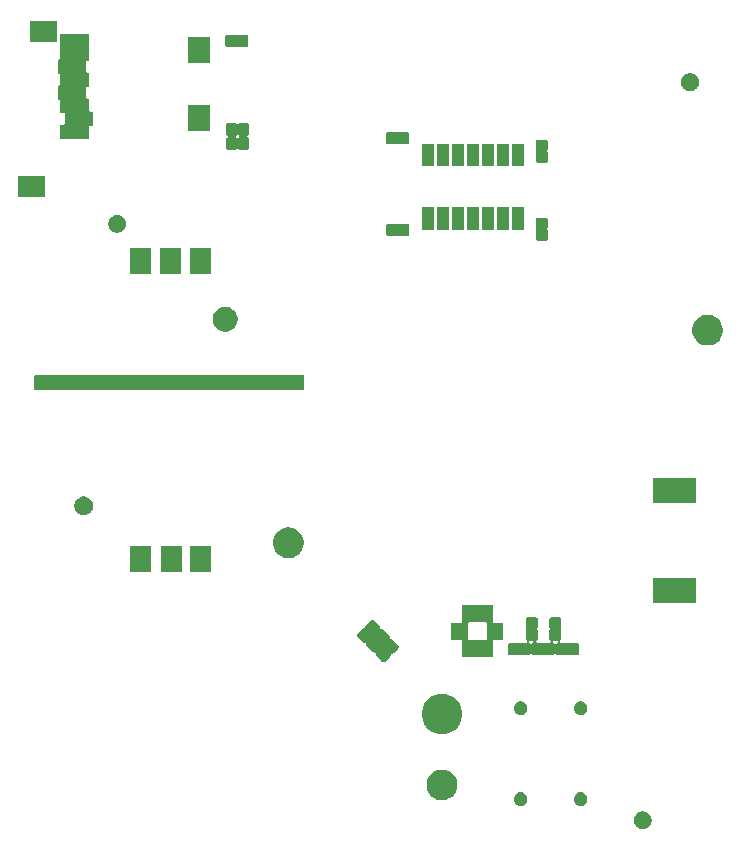
<source format=gbr>
G04 #@! TF.GenerationSoftware,KiCad,Pcbnew,5.1.6+dfsg1-1~bpo10+1*
G04 #@! TF.CreationDate,2021-06-19T16:41:40-04:00*
G04 #@! TF.ProjectId,RUSP_Daughterboard,52555350-5f44-4617-9567-68746572626f,rev?*
G04 #@! TF.SameCoordinates,Original*
G04 #@! TF.FileFunction,Soldermask,Top*
G04 #@! TF.FilePolarity,Negative*
%FSLAX46Y46*%
G04 Gerber Fmt 4.6, Leading zero omitted, Abs format (unit mm)*
G04 Created by KiCad (PCBNEW 5.1.6+dfsg1-1~bpo10+1) date 2021-06-19 16:41:40*
%MOMM*%
%LPD*%
G01*
G04 APERTURE LIST*
%ADD10C,0.100000*%
G04 APERTURE END LIST*
D10*
G36*
X171218766Y-136278821D02*
G01*
X171355257Y-136335358D01*
X171478097Y-136417437D01*
X171582563Y-136521903D01*
X171664642Y-136644743D01*
X171721179Y-136781234D01*
X171750000Y-136926130D01*
X171750000Y-137073870D01*
X171721179Y-137218766D01*
X171664642Y-137355257D01*
X171582563Y-137478097D01*
X171478097Y-137582563D01*
X171355257Y-137664642D01*
X171218766Y-137721179D01*
X171073870Y-137750000D01*
X170926130Y-137750000D01*
X170781234Y-137721179D01*
X170644743Y-137664642D01*
X170521903Y-137582563D01*
X170417437Y-137478097D01*
X170335358Y-137355257D01*
X170278821Y-137218766D01*
X170250000Y-137073870D01*
X170250000Y-136926130D01*
X170278821Y-136781234D01*
X170335358Y-136644743D01*
X170417437Y-136521903D01*
X170521903Y-136417437D01*
X170644743Y-136335358D01*
X170781234Y-136278821D01*
X170926130Y-136250000D01*
X171073870Y-136250000D01*
X171218766Y-136278821D01*
G37*
G36*
X165853153Y-134631145D02*
G01*
X165909180Y-134642289D01*
X166014733Y-134686011D01*
X166109728Y-134749485D01*
X166190515Y-134830272D01*
X166253989Y-134925267D01*
X166297711Y-135030820D01*
X166320000Y-135142875D01*
X166320000Y-135257125D01*
X166297711Y-135369180D01*
X166253989Y-135474733D01*
X166190515Y-135569728D01*
X166109728Y-135650515D01*
X166014733Y-135713989D01*
X165909180Y-135757711D01*
X165853153Y-135768855D01*
X165797126Y-135780000D01*
X165682874Y-135780000D01*
X165626847Y-135768855D01*
X165570820Y-135757711D01*
X165465267Y-135713989D01*
X165370272Y-135650515D01*
X165289485Y-135569728D01*
X165226011Y-135474733D01*
X165182289Y-135369180D01*
X165160000Y-135257125D01*
X165160000Y-135142875D01*
X165182289Y-135030820D01*
X165226011Y-134925267D01*
X165289485Y-134830272D01*
X165370272Y-134749485D01*
X165465267Y-134686011D01*
X165570820Y-134642289D01*
X165626847Y-134631145D01*
X165682874Y-134620000D01*
X165797126Y-134620000D01*
X165853153Y-134631145D01*
G37*
G36*
X160773153Y-134631145D02*
G01*
X160829180Y-134642289D01*
X160934733Y-134686011D01*
X161029728Y-134749485D01*
X161110515Y-134830272D01*
X161173989Y-134925267D01*
X161217711Y-135030820D01*
X161240000Y-135142875D01*
X161240000Y-135257125D01*
X161217711Y-135369180D01*
X161173989Y-135474733D01*
X161110515Y-135569728D01*
X161029728Y-135650515D01*
X160934733Y-135713989D01*
X160829180Y-135757711D01*
X160773153Y-135768855D01*
X160717126Y-135780000D01*
X160602874Y-135780000D01*
X160546847Y-135768855D01*
X160490820Y-135757711D01*
X160385267Y-135713989D01*
X160290272Y-135650515D01*
X160209485Y-135569728D01*
X160146011Y-135474733D01*
X160102289Y-135369180D01*
X160080000Y-135257125D01*
X160080000Y-135142875D01*
X160102289Y-135030820D01*
X160146011Y-134925267D01*
X160209485Y-134830272D01*
X160290272Y-134749485D01*
X160385267Y-134686011D01*
X160490820Y-134642289D01*
X160546847Y-134631145D01*
X160602874Y-134620000D01*
X160717126Y-134620000D01*
X160773153Y-134631145D01*
G37*
G36*
X154253617Y-132724979D02*
G01*
X154379196Y-132749958D01*
X154615781Y-132847955D01*
X154828702Y-132990224D01*
X155009776Y-133171298D01*
X155152045Y-133384219D01*
X155250042Y-133620804D01*
X155300000Y-133871961D01*
X155300000Y-134128039D01*
X155250042Y-134379196D01*
X155152045Y-134615781D01*
X155009776Y-134828702D01*
X154828702Y-135009776D01*
X154615781Y-135152045D01*
X154379196Y-135250042D01*
X154253617Y-135275021D01*
X154128040Y-135300000D01*
X153871960Y-135300000D01*
X153746383Y-135275021D01*
X153620804Y-135250042D01*
X153384219Y-135152045D01*
X153171298Y-135009776D01*
X152990224Y-134828702D01*
X152847955Y-134615781D01*
X152749958Y-134379196D01*
X152700000Y-134128039D01*
X152700000Y-133871961D01*
X152749958Y-133620804D01*
X152847955Y-133384219D01*
X152990224Y-133171298D01*
X153171298Y-132990224D01*
X153384219Y-132847955D01*
X153620804Y-132749958D01*
X153746383Y-132724979D01*
X153871960Y-132700000D01*
X154128040Y-132700000D01*
X154253617Y-132724979D01*
G37*
G36*
X154331653Y-126332665D02*
G01*
X154495872Y-126365330D01*
X154805252Y-126493479D01*
X155083687Y-126679523D01*
X155320477Y-126916313D01*
X155506521Y-127194748D01*
X155634670Y-127504128D01*
X155700000Y-127832565D01*
X155700000Y-128167435D01*
X155634670Y-128495872D01*
X155506521Y-128805252D01*
X155320477Y-129083687D01*
X155083687Y-129320477D01*
X154805252Y-129506521D01*
X154495872Y-129634670D01*
X154331653Y-129667335D01*
X154167437Y-129700000D01*
X153832563Y-129700000D01*
X153668347Y-129667335D01*
X153504128Y-129634670D01*
X153194748Y-129506521D01*
X152916313Y-129320477D01*
X152679523Y-129083687D01*
X152493479Y-128805252D01*
X152365330Y-128495872D01*
X152300000Y-128167435D01*
X152300000Y-127832565D01*
X152365330Y-127504128D01*
X152493479Y-127194748D01*
X152679523Y-126916313D01*
X152916313Y-126679523D01*
X153194748Y-126493479D01*
X153504128Y-126365330D01*
X153668347Y-126332665D01*
X153832563Y-126300000D01*
X154167437Y-126300000D01*
X154331653Y-126332665D01*
G37*
G36*
X165853153Y-126931145D02*
G01*
X165909180Y-126942289D01*
X166014733Y-126986011D01*
X166109728Y-127049485D01*
X166190515Y-127130272D01*
X166253989Y-127225267D01*
X166297711Y-127330820D01*
X166320000Y-127442875D01*
X166320000Y-127557125D01*
X166297711Y-127669180D01*
X166253989Y-127774733D01*
X166190515Y-127869728D01*
X166109728Y-127950515D01*
X166014733Y-128013989D01*
X165909180Y-128057711D01*
X165853152Y-128068856D01*
X165797126Y-128080000D01*
X165682874Y-128080000D01*
X165626848Y-128068856D01*
X165570820Y-128057711D01*
X165465267Y-128013989D01*
X165370272Y-127950515D01*
X165289485Y-127869728D01*
X165226011Y-127774733D01*
X165182289Y-127669180D01*
X165160000Y-127557125D01*
X165160000Y-127442875D01*
X165182289Y-127330820D01*
X165226011Y-127225267D01*
X165289485Y-127130272D01*
X165370272Y-127049485D01*
X165465267Y-126986011D01*
X165570820Y-126942289D01*
X165626847Y-126931145D01*
X165682874Y-126920000D01*
X165797126Y-126920000D01*
X165853153Y-126931145D01*
G37*
G36*
X160773153Y-126931145D02*
G01*
X160829180Y-126942289D01*
X160934733Y-126986011D01*
X161029728Y-127049485D01*
X161110515Y-127130272D01*
X161173989Y-127225267D01*
X161217711Y-127330820D01*
X161240000Y-127442875D01*
X161240000Y-127557125D01*
X161217711Y-127669180D01*
X161173989Y-127774733D01*
X161110515Y-127869728D01*
X161029728Y-127950515D01*
X160934733Y-128013989D01*
X160829180Y-128057711D01*
X160773152Y-128068856D01*
X160717126Y-128080000D01*
X160602874Y-128080000D01*
X160546848Y-128068856D01*
X160490820Y-128057711D01*
X160385267Y-128013989D01*
X160290272Y-127950515D01*
X160209485Y-127869728D01*
X160146011Y-127774733D01*
X160102289Y-127669180D01*
X160080000Y-127557125D01*
X160080000Y-127442875D01*
X160102289Y-127330820D01*
X160146011Y-127225267D01*
X160209485Y-127130272D01*
X160290272Y-127049485D01*
X160385267Y-126986011D01*
X160490820Y-126942289D01*
X160546847Y-126931145D01*
X160602874Y-126920000D01*
X160717126Y-126920000D01*
X160773153Y-126931145D01*
G37*
G36*
X148141243Y-120020117D02*
G01*
X148175836Y-120030611D01*
X148207709Y-120047647D01*
X148240425Y-120074497D01*
X148280267Y-120114339D01*
X148280278Y-120114348D01*
X148665652Y-120499722D01*
X148665661Y-120499733D01*
X148705503Y-120539575D01*
X148732353Y-120572291D01*
X148749389Y-120604164D01*
X148759883Y-120638757D01*
X148763426Y-120674731D01*
X148761766Y-120691584D01*
X148761766Y-120716088D01*
X148766546Y-120740121D01*
X148775923Y-120762760D01*
X148789537Y-120783135D01*
X148806863Y-120800462D01*
X148827238Y-120814076D01*
X148849876Y-120823453D01*
X148873910Y-120828234D01*
X148898416Y-120828234D01*
X148915269Y-120826574D01*
X148951243Y-120830117D01*
X148985836Y-120840611D01*
X149017709Y-120857647D01*
X149050425Y-120884497D01*
X149090267Y-120924339D01*
X149090278Y-120924348D01*
X149475652Y-121309722D01*
X149475661Y-121309733D01*
X149515503Y-121349575D01*
X149542353Y-121382291D01*
X149559389Y-121414164D01*
X149569883Y-121448757D01*
X149573426Y-121484730D01*
X149570967Y-121509692D01*
X149570967Y-121534196D01*
X149575747Y-121558229D01*
X149585124Y-121580868D01*
X149598737Y-121601243D01*
X149616064Y-121618570D01*
X149636438Y-121632184D01*
X149659077Y-121641562D01*
X149683110Y-121646343D01*
X149702925Y-121646343D01*
X149741243Y-121650117D01*
X149775836Y-121660611D01*
X149807709Y-121677647D01*
X149840425Y-121704497D01*
X149880267Y-121744339D01*
X149880278Y-121744348D01*
X150265652Y-122129722D01*
X150265661Y-122129733D01*
X150305503Y-122169575D01*
X150332353Y-122202291D01*
X150349389Y-122234164D01*
X150359883Y-122268757D01*
X150363426Y-122304731D01*
X150359883Y-122340705D01*
X150349389Y-122375298D01*
X150332353Y-122407171D01*
X150305503Y-122439887D01*
X150265661Y-122479729D01*
X150265652Y-122479740D01*
X149915634Y-122829758D01*
X149915623Y-122829767D01*
X149875781Y-122869609D01*
X149843065Y-122896459D01*
X149811192Y-122913495D01*
X149768250Y-122926521D01*
X149761239Y-122927916D01*
X149738601Y-122937295D01*
X149718227Y-122950910D01*
X149700901Y-122968238D01*
X149687289Y-122988613D01*
X149677913Y-123011252D01*
X149676520Y-123018253D01*
X149663495Y-123061192D01*
X149646459Y-123093065D01*
X149619609Y-123125781D01*
X149579767Y-123165623D01*
X149579758Y-123165634D01*
X149229740Y-123515652D01*
X149229729Y-123515661D01*
X149189887Y-123555503D01*
X149157171Y-123582353D01*
X149125298Y-123599389D01*
X149090705Y-123609883D01*
X149054731Y-123613426D01*
X149018757Y-123609883D01*
X148984164Y-123599389D01*
X148952291Y-123582353D01*
X148919575Y-123555503D01*
X148879733Y-123515661D01*
X148879722Y-123515652D01*
X148494348Y-123130278D01*
X148494339Y-123130267D01*
X148454497Y-123090425D01*
X148427647Y-123057709D01*
X148410611Y-123025836D01*
X148400117Y-122991243D01*
X148396574Y-122955269D01*
X148399033Y-122930308D01*
X148399033Y-122905804D01*
X148394253Y-122881771D01*
X148384876Y-122859132D01*
X148371263Y-122838757D01*
X148353936Y-122821430D01*
X148333562Y-122807816D01*
X148310923Y-122798438D01*
X148286890Y-122793657D01*
X148267075Y-122793657D01*
X148228757Y-122789883D01*
X148194164Y-122779389D01*
X148162291Y-122762353D01*
X148129575Y-122735503D01*
X148089733Y-122695661D01*
X148089722Y-122695652D01*
X147704348Y-122310278D01*
X147704339Y-122310267D01*
X147664497Y-122270425D01*
X147637647Y-122237709D01*
X147620611Y-122205836D01*
X147610117Y-122171243D01*
X147606574Y-122135269D01*
X147608234Y-122118416D01*
X147608234Y-122093912D01*
X147603454Y-122069879D01*
X147594077Y-122047240D01*
X147580463Y-122026865D01*
X147563137Y-122009538D01*
X147542762Y-121995924D01*
X147520124Y-121986547D01*
X147496090Y-121981766D01*
X147471584Y-121981766D01*
X147454731Y-121983426D01*
X147418757Y-121979883D01*
X147384164Y-121969389D01*
X147352291Y-121952353D01*
X147319575Y-121925503D01*
X147279733Y-121885661D01*
X147279722Y-121885652D01*
X146894348Y-121500278D01*
X146894339Y-121500267D01*
X146854497Y-121460425D01*
X146827647Y-121427709D01*
X146810611Y-121395836D01*
X146800117Y-121361243D01*
X146796574Y-121325269D01*
X146800117Y-121289295D01*
X146810611Y-121254702D01*
X146827647Y-121222829D01*
X146854497Y-121190113D01*
X146894339Y-121150271D01*
X146894348Y-121150260D01*
X147244366Y-120800242D01*
X147244377Y-120800233D01*
X147284219Y-120760391D01*
X147316935Y-120733541D01*
X147348808Y-120716505D01*
X147391750Y-120703479D01*
X147398761Y-120702084D01*
X147421399Y-120692705D01*
X147441773Y-120679090D01*
X147459099Y-120661762D01*
X147472711Y-120641387D01*
X147482087Y-120618748D01*
X147483480Y-120611747D01*
X147496505Y-120568808D01*
X147513541Y-120536935D01*
X147540391Y-120504219D01*
X147580233Y-120464377D01*
X147580242Y-120464366D01*
X147930260Y-120114348D01*
X147930271Y-120114339D01*
X147970113Y-120074497D01*
X148002829Y-120047647D01*
X148034702Y-120030611D01*
X148069295Y-120020117D01*
X148105269Y-120016574D01*
X148141243Y-120020117D01*
G37*
G36*
X158300000Y-120175001D02*
G01*
X158302402Y-120199387D01*
X158309515Y-120222836D01*
X158321066Y-120244447D01*
X158336611Y-120263389D01*
X158355553Y-120278934D01*
X158377164Y-120290485D01*
X158400613Y-120297598D01*
X158424999Y-120300000D01*
X159200000Y-120300000D01*
X159200000Y-121700000D01*
X158424999Y-121700000D01*
X158400613Y-121702402D01*
X158377164Y-121709515D01*
X158355553Y-121721066D01*
X158336611Y-121736611D01*
X158321066Y-121755553D01*
X158309515Y-121777164D01*
X158302402Y-121800613D01*
X158300000Y-121824999D01*
X158300000Y-123200000D01*
X155700000Y-123200000D01*
X155700000Y-121824999D01*
X155697598Y-121800613D01*
X155690485Y-121777164D01*
X155678934Y-121755553D01*
X155663389Y-121736611D01*
X155644447Y-121721066D01*
X155622836Y-121709515D01*
X155599387Y-121702402D01*
X155575001Y-121700000D01*
X154800000Y-121700000D01*
X154800000Y-120374999D01*
X156200000Y-120374999D01*
X156200000Y-121625001D01*
X156202402Y-121649387D01*
X156209515Y-121672836D01*
X156221066Y-121694447D01*
X156236611Y-121713389D01*
X156255553Y-121728934D01*
X156277164Y-121740485D01*
X156300613Y-121747598D01*
X156324999Y-121750000D01*
X157675001Y-121750000D01*
X157699387Y-121747598D01*
X157722836Y-121740485D01*
X157744447Y-121728934D01*
X157763389Y-121713389D01*
X157778934Y-121694447D01*
X157790485Y-121672836D01*
X157797598Y-121649387D01*
X157800000Y-121625001D01*
X157800000Y-120374999D01*
X157797598Y-120350613D01*
X157790485Y-120327164D01*
X157778934Y-120305553D01*
X157763389Y-120286611D01*
X157744447Y-120271066D01*
X157722836Y-120259515D01*
X157699387Y-120252402D01*
X157675001Y-120250000D01*
X156324999Y-120250000D01*
X156300613Y-120252402D01*
X156277164Y-120259515D01*
X156255553Y-120271066D01*
X156236611Y-120286611D01*
X156221066Y-120305553D01*
X156209515Y-120327164D01*
X156202402Y-120350613D01*
X156200000Y-120374999D01*
X154800000Y-120374999D01*
X154800000Y-120300000D01*
X155575001Y-120300000D01*
X155599387Y-120297598D01*
X155622836Y-120290485D01*
X155644447Y-120278934D01*
X155663389Y-120263389D01*
X155678934Y-120244447D01*
X155690485Y-120222836D01*
X155697598Y-120199387D01*
X155700000Y-120175001D01*
X155700000Y-118800000D01*
X158300000Y-118800000D01*
X158300000Y-120175001D01*
G37*
G36*
X161970974Y-119824148D02*
G01*
X162005567Y-119834642D01*
X162037440Y-119851678D01*
X162065386Y-119874614D01*
X162088322Y-119902560D01*
X162105358Y-119934433D01*
X162115852Y-119969026D01*
X162120000Y-120011141D01*
X162120000Y-120618859D01*
X162115852Y-120660974D01*
X162105358Y-120695567D01*
X162084213Y-120735127D01*
X162080244Y-120741066D01*
X162070865Y-120763703D01*
X162066082Y-120787736D01*
X162066080Y-120812240D01*
X162070858Y-120836274D01*
X162080233Y-120858914D01*
X162084206Y-120864861D01*
X162105358Y-120904433D01*
X162115852Y-120939026D01*
X162120000Y-120981141D01*
X162120000Y-121588859D01*
X162115852Y-121630974D01*
X162105358Y-121665567D01*
X162088322Y-121697440D01*
X162065386Y-121725386D01*
X162031605Y-121753110D01*
X162023726Y-121758375D01*
X162006399Y-121775702D01*
X161992785Y-121796077D01*
X161983408Y-121818715D01*
X161978627Y-121842749D01*
X161978627Y-121867253D01*
X161983407Y-121891286D01*
X161992785Y-121913925D01*
X162006398Y-121934299D01*
X162023725Y-121951626D01*
X162044100Y-121965240D01*
X162066738Y-121974617D01*
X162090772Y-121979398D01*
X162103024Y-121980000D01*
X162368859Y-121980000D01*
X162410974Y-121984148D01*
X162445567Y-121994642D01*
X162485127Y-122015787D01*
X162491066Y-122019756D01*
X162513703Y-122029135D01*
X162537736Y-122033918D01*
X162562240Y-122033920D01*
X162586274Y-122029142D01*
X162608914Y-122019767D01*
X162614861Y-122015794D01*
X162654433Y-121994642D01*
X162689026Y-121984148D01*
X162731141Y-121980000D01*
X163096976Y-121980000D01*
X163121362Y-121977598D01*
X163144811Y-121970485D01*
X163166422Y-121958934D01*
X163185364Y-121943389D01*
X163200909Y-121924447D01*
X163211303Y-121904999D01*
X163388025Y-121904999D01*
X163390427Y-121929385D01*
X163397540Y-121952834D01*
X163409091Y-121974445D01*
X163424636Y-121993387D01*
X163443578Y-122008932D01*
X163445491Y-122010078D01*
X163475386Y-122034614D01*
X163503375Y-122068717D01*
X163520703Y-122086043D01*
X163541077Y-122099657D01*
X163563716Y-122109034D01*
X163587749Y-122113814D01*
X163612253Y-122113814D01*
X163636287Y-122109033D01*
X163658925Y-122099656D01*
X163679300Y-122086042D01*
X163696625Y-122068717D01*
X163724614Y-122034614D01*
X163758395Y-122006890D01*
X163766274Y-122001625D01*
X163783601Y-121984298D01*
X163797215Y-121963923D01*
X163806592Y-121941285D01*
X163811373Y-121917251D01*
X163811373Y-121892747D01*
X163806593Y-121868714D01*
X163797215Y-121846075D01*
X163783602Y-121825701D01*
X163766275Y-121808374D01*
X163745900Y-121794760D01*
X163723262Y-121785383D01*
X163699228Y-121780602D01*
X163686976Y-121780000D01*
X163513024Y-121780000D01*
X163488638Y-121782402D01*
X163465189Y-121789515D01*
X163443578Y-121801066D01*
X163424636Y-121816611D01*
X163409091Y-121835553D01*
X163397540Y-121857164D01*
X163390427Y-121880613D01*
X163388025Y-121904999D01*
X163211303Y-121904999D01*
X163212460Y-121902836D01*
X163219573Y-121879387D01*
X163221975Y-121855001D01*
X163219573Y-121830615D01*
X163212460Y-121807166D01*
X163200909Y-121785555D01*
X163185364Y-121766613D01*
X163166422Y-121751068D01*
X163164509Y-121749922D01*
X163134614Y-121725386D01*
X163111678Y-121697440D01*
X163094642Y-121665567D01*
X163084148Y-121630974D01*
X163080000Y-121588859D01*
X163080000Y-120981141D01*
X163084148Y-120939026D01*
X163094642Y-120904433D01*
X163115787Y-120864873D01*
X163119756Y-120858934D01*
X163129135Y-120836297D01*
X163133918Y-120812264D01*
X163133920Y-120787760D01*
X163129142Y-120763726D01*
X163119767Y-120741086D01*
X163115794Y-120735139D01*
X163094642Y-120695567D01*
X163084148Y-120660974D01*
X163080000Y-120618859D01*
X163080000Y-120011141D01*
X163084148Y-119969026D01*
X163094642Y-119934433D01*
X163111678Y-119902560D01*
X163134614Y-119874614D01*
X163162560Y-119851678D01*
X163194433Y-119834642D01*
X163229026Y-119824148D01*
X163271141Y-119820000D01*
X163928859Y-119820000D01*
X163970974Y-119824148D01*
X164005567Y-119834642D01*
X164037440Y-119851678D01*
X164065386Y-119874614D01*
X164088322Y-119902560D01*
X164105358Y-119934433D01*
X164115852Y-119969026D01*
X164120000Y-120011141D01*
X164120000Y-120618859D01*
X164115852Y-120660974D01*
X164105358Y-120695567D01*
X164084213Y-120735127D01*
X164080244Y-120741066D01*
X164070865Y-120763703D01*
X164066082Y-120787736D01*
X164066080Y-120812240D01*
X164070858Y-120836274D01*
X164080233Y-120858914D01*
X164084206Y-120864861D01*
X164105358Y-120904433D01*
X164115852Y-120939026D01*
X164120000Y-120981141D01*
X164120000Y-121588859D01*
X164115852Y-121630974D01*
X164105358Y-121665567D01*
X164088322Y-121697440D01*
X164065386Y-121725386D01*
X164031605Y-121753110D01*
X164023726Y-121758375D01*
X164006399Y-121775702D01*
X163992785Y-121796077D01*
X163983408Y-121818715D01*
X163978627Y-121842749D01*
X163978627Y-121867253D01*
X163983407Y-121891286D01*
X163992785Y-121913925D01*
X164006398Y-121934299D01*
X164023725Y-121951626D01*
X164044100Y-121965240D01*
X164066738Y-121974617D01*
X164090772Y-121979398D01*
X164103024Y-121980000D01*
X164468859Y-121980000D01*
X164510974Y-121984148D01*
X164545567Y-121994642D01*
X164585127Y-122015787D01*
X164591066Y-122019756D01*
X164613703Y-122029135D01*
X164637736Y-122033918D01*
X164662240Y-122033920D01*
X164686274Y-122029142D01*
X164708914Y-122019767D01*
X164714861Y-122015794D01*
X164754433Y-121994642D01*
X164789026Y-121984148D01*
X164831141Y-121980000D01*
X165438859Y-121980000D01*
X165480974Y-121984148D01*
X165515567Y-121994642D01*
X165547440Y-122011678D01*
X165575386Y-122034614D01*
X165598322Y-122062560D01*
X165615358Y-122094433D01*
X165625852Y-122129026D01*
X165630000Y-122171141D01*
X165630000Y-122828859D01*
X165625852Y-122870974D01*
X165615358Y-122905567D01*
X165598322Y-122937440D01*
X165575386Y-122965386D01*
X165547440Y-122988322D01*
X165515567Y-123005358D01*
X165480974Y-123015852D01*
X165438859Y-123020000D01*
X164831141Y-123020000D01*
X164789026Y-123015852D01*
X164754433Y-123005358D01*
X164714873Y-122984213D01*
X164708934Y-122980244D01*
X164686297Y-122970865D01*
X164662264Y-122966082D01*
X164637760Y-122966080D01*
X164613726Y-122970858D01*
X164591086Y-122980233D01*
X164585139Y-122984206D01*
X164545567Y-123005358D01*
X164510974Y-123015852D01*
X164468859Y-123020000D01*
X163861141Y-123020000D01*
X163819026Y-123015852D01*
X163784433Y-123005358D01*
X163752560Y-122988322D01*
X163724614Y-122965386D01*
X163696625Y-122931283D01*
X163679297Y-122913957D01*
X163658923Y-122900343D01*
X163636284Y-122890966D01*
X163612251Y-122886186D01*
X163587747Y-122886186D01*
X163563713Y-122890967D01*
X163541075Y-122900344D01*
X163520700Y-122913958D01*
X163503375Y-122931283D01*
X163475386Y-122965386D01*
X163447440Y-122988322D01*
X163415567Y-123005358D01*
X163380974Y-123015852D01*
X163338859Y-123020000D01*
X162731141Y-123020000D01*
X162689026Y-123015852D01*
X162654433Y-123005358D01*
X162614873Y-122984213D01*
X162608934Y-122980244D01*
X162586297Y-122970865D01*
X162562264Y-122966082D01*
X162537760Y-122966080D01*
X162513726Y-122970858D01*
X162491086Y-122980233D01*
X162485139Y-122984206D01*
X162445567Y-123005358D01*
X162410974Y-123015852D01*
X162368859Y-123020000D01*
X161761141Y-123020000D01*
X161719026Y-123015852D01*
X161684433Y-123005358D01*
X161652556Y-122988320D01*
X161629299Y-122969233D01*
X161608924Y-122955619D01*
X161586285Y-122946241D01*
X161562252Y-122941461D01*
X161537748Y-122941461D01*
X161513715Y-122946241D01*
X161491076Y-122955619D01*
X161470701Y-122969233D01*
X161447444Y-122988320D01*
X161415567Y-123005358D01*
X161380974Y-123015852D01*
X161338859Y-123020000D01*
X160731141Y-123020000D01*
X160689026Y-123015852D01*
X160654433Y-123005358D01*
X160614873Y-122984213D01*
X160608934Y-122980244D01*
X160586297Y-122970865D01*
X160562264Y-122966082D01*
X160537760Y-122966080D01*
X160513726Y-122970858D01*
X160491086Y-122980233D01*
X160485139Y-122984206D01*
X160445567Y-123005358D01*
X160410974Y-123015852D01*
X160368859Y-123020000D01*
X159761141Y-123020000D01*
X159719026Y-123015852D01*
X159684433Y-123005358D01*
X159652560Y-122988322D01*
X159624614Y-122965386D01*
X159601678Y-122937440D01*
X159584642Y-122905567D01*
X159574148Y-122870974D01*
X159570000Y-122828859D01*
X159570000Y-122171141D01*
X159574148Y-122129026D01*
X159584642Y-122094433D01*
X159601678Y-122062560D01*
X159624614Y-122034614D01*
X159652560Y-122011678D01*
X159684433Y-121994642D01*
X159719026Y-121984148D01*
X159761141Y-121980000D01*
X160368859Y-121980000D01*
X160410974Y-121984148D01*
X160445567Y-121994642D01*
X160485127Y-122015787D01*
X160491066Y-122019756D01*
X160513703Y-122029135D01*
X160537736Y-122033918D01*
X160562240Y-122033920D01*
X160586274Y-122029142D01*
X160608914Y-122019767D01*
X160614861Y-122015794D01*
X160654433Y-121994642D01*
X160689026Y-121984148D01*
X160731141Y-121980000D01*
X161096976Y-121980000D01*
X161121362Y-121977598D01*
X161144811Y-121970485D01*
X161166422Y-121958934D01*
X161185364Y-121943389D01*
X161200909Y-121924447D01*
X161211303Y-121904999D01*
X161388025Y-121904999D01*
X161390427Y-121929385D01*
X161397540Y-121952834D01*
X161409091Y-121974445D01*
X161424636Y-121993387D01*
X161443578Y-122008932D01*
X161445495Y-122010081D01*
X161470701Y-122030767D01*
X161491076Y-122044381D01*
X161513715Y-122053759D01*
X161537748Y-122058539D01*
X161562252Y-122058539D01*
X161586285Y-122053759D01*
X161608924Y-122044381D01*
X161629299Y-122030767D01*
X161658389Y-122006893D01*
X161666274Y-122001625D01*
X161683601Y-121984298D01*
X161697215Y-121963923D01*
X161706592Y-121941285D01*
X161711373Y-121917251D01*
X161711373Y-121892747D01*
X161706593Y-121868714D01*
X161697215Y-121846075D01*
X161683602Y-121825701D01*
X161666275Y-121808374D01*
X161645900Y-121794760D01*
X161623262Y-121785383D01*
X161599228Y-121780602D01*
X161586976Y-121780000D01*
X161513024Y-121780000D01*
X161488638Y-121782402D01*
X161465189Y-121789515D01*
X161443578Y-121801066D01*
X161424636Y-121816611D01*
X161409091Y-121835553D01*
X161397540Y-121857164D01*
X161390427Y-121880613D01*
X161388025Y-121904999D01*
X161211303Y-121904999D01*
X161212460Y-121902836D01*
X161219573Y-121879387D01*
X161221975Y-121855001D01*
X161219573Y-121830615D01*
X161212460Y-121807166D01*
X161200909Y-121785555D01*
X161185364Y-121766613D01*
X161166422Y-121751068D01*
X161164509Y-121749922D01*
X161134614Y-121725386D01*
X161111678Y-121697440D01*
X161094642Y-121665567D01*
X161084148Y-121630974D01*
X161080000Y-121588859D01*
X161080000Y-120981141D01*
X161084148Y-120939026D01*
X161094642Y-120904433D01*
X161115787Y-120864873D01*
X161119756Y-120858934D01*
X161129135Y-120836297D01*
X161133918Y-120812264D01*
X161133920Y-120787760D01*
X161129142Y-120763726D01*
X161119767Y-120741086D01*
X161115794Y-120735139D01*
X161094642Y-120695567D01*
X161084148Y-120660974D01*
X161080000Y-120618859D01*
X161080000Y-120011141D01*
X161084148Y-119969026D01*
X161094642Y-119934433D01*
X161111678Y-119902560D01*
X161134614Y-119874614D01*
X161162560Y-119851678D01*
X161194433Y-119834642D01*
X161229026Y-119824148D01*
X161271141Y-119820000D01*
X161928859Y-119820000D01*
X161970974Y-119824148D01*
G37*
G36*
X175500000Y-118600000D02*
G01*
X171900000Y-118600000D01*
X171900000Y-116500000D01*
X175500000Y-116500000D01*
X175500000Y-118600000D01*
G37*
G36*
X134460000Y-115986500D02*
G01*
X132660000Y-115986500D01*
X132660000Y-113786500D01*
X134460000Y-113786500D01*
X134460000Y-115986500D01*
G37*
G36*
X131983500Y-115986500D02*
G01*
X130183500Y-115986500D01*
X130183500Y-113786500D01*
X131983500Y-113786500D01*
X131983500Y-115986500D01*
G37*
G36*
X129380000Y-115986500D02*
G01*
X127580000Y-115986500D01*
X127580000Y-113786500D01*
X129380000Y-113786500D01*
X129380000Y-115986500D01*
G37*
G36*
X141253617Y-112224979D02*
G01*
X141379196Y-112249958D01*
X141615781Y-112347955D01*
X141828702Y-112490224D01*
X142009776Y-112671298D01*
X142152045Y-112884219D01*
X142250042Y-113120804D01*
X142300000Y-113371961D01*
X142300000Y-113628039D01*
X142250042Y-113879196D01*
X142152045Y-114115781D01*
X142009776Y-114328702D01*
X141828702Y-114509776D01*
X141615781Y-114652045D01*
X141379196Y-114750042D01*
X141128040Y-114800000D01*
X140871960Y-114800000D01*
X140620804Y-114750042D01*
X140384219Y-114652045D01*
X140171298Y-114509776D01*
X139990224Y-114328702D01*
X139847955Y-114115781D01*
X139749958Y-113879196D01*
X139700000Y-113628039D01*
X139700000Y-113371961D01*
X139749958Y-113120804D01*
X139847955Y-112884219D01*
X139990224Y-112671298D01*
X140171298Y-112490224D01*
X140384219Y-112347955D01*
X140620804Y-112249958D01*
X140746383Y-112224979D01*
X140871960Y-112200000D01*
X141128040Y-112200000D01*
X141253617Y-112224979D01*
G37*
G36*
X123903351Y-109610743D02*
G01*
X124048941Y-109671048D01*
X124179970Y-109758599D01*
X124291401Y-109870030D01*
X124378952Y-110001059D01*
X124439257Y-110146649D01*
X124470000Y-110301206D01*
X124470000Y-110458794D01*
X124439257Y-110613351D01*
X124378952Y-110758941D01*
X124291401Y-110889970D01*
X124179970Y-111001401D01*
X124048941Y-111088952D01*
X123903351Y-111149257D01*
X123748794Y-111180000D01*
X123591206Y-111180000D01*
X123436649Y-111149257D01*
X123291059Y-111088952D01*
X123160030Y-111001401D01*
X123048599Y-110889970D01*
X122961048Y-110758941D01*
X122900743Y-110613351D01*
X122870000Y-110458794D01*
X122870000Y-110301206D01*
X122900743Y-110146649D01*
X122961048Y-110001059D01*
X123048599Y-109870030D01*
X123160030Y-109758599D01*
X123291059Y-109671048D01*
X123436649Y-109610743D01*
X123591206Y-109580000D01*
X123748794Y-109580000D01*
X123903351Y-109610743D01*
G37*
G36*
X175500000Y-110100000D02*
G01*
X171900000Y-110100000D01*
X171900000Y-108000000D01*
X175500000Y-108000000D01*
X175500000Y-110100000D01*
G37*
G36*
X142300000Y-100600000D02*
G01*
X119500000Y-100600000D01*
X119500000Y-99400000D01*
X119600000Y-99300000D01*
X142300000Y-99300000D01*
X142300000Y-100600000D01*
G37*
G36*
X176879196Y-94249958D02*
G01*
X177115781Y-94347955D01*
X177328702Y-94490224D01*
X177509776Y-94671298D01*
X177652045Y-94884219D01*
X177750042Y-95120804D01*
X177800000Y-95371961D01*
X177800000Y-95628039D01*
X177750042Y-95879196D01*
X177652045Y-96115781D01*
X177509776Y-96328702D01*
X177328702Y-96509776D01*
X177115781Y-96652045D01*
X176879196Y-96750042D01*
X176753617Y-96775021D01*
X176628040Y-96800000D01*
X176371960Y-96800000D01*
X176246383Y-96775021D01*
X176120804Y-96750042D01*
X175884219Y-96652045D01*
X175671298Y-96509776D01*
X175490224Y-96328702D01*
X175347955Y-96115781D01*
X175249958Y-95879196D01*
X175200000Y-95628039D01*
X175200000Y-95371961D01*
X175249958Y-95120804D01*
X175347955Y-94884219D01*
X175490224Y-94671298D01*
X175671298Y-94490224D01*
X175884219Y-94347955D01*
X176120804Y-94249958D01*
X176371960Y-94200000D01*
X176628040Y-94200000D01*
X176879196Y-94249958D01*
G37*
G36*
X135773687Y-93530027D02*
G01*
X135951274Y-93565350D01*
X136142362Y-93644502D01*
X136314336Y-93759411D01*
X136460589Y-93905664D01*
X136575498Y-94077638D01*
X136654650Y-94268726D01*
X136695000Y-94471584D01*
X136695000Y-94678416D01*
X136654650Y-94881274D01*
X136575498Y-95072362D01*
X136460589Y-95244336D01*
X136314336Y-95390589D01*
X136142362Y-95505498D01*
X135951274Y-95584650D01*
X135773687Y-95619973D01*
X135748417Y-95625000D01*
X135541583Y-95625000D01*
X135516313Y-95619973D01*
X135338726Y-95584650D01*
X135147638Y-95505498D01*
X134975664Y-95390589D01*
X134829411Y-95244336D01*
X134714502Y-95072362D01*
X134635350Y-94881274D01*
X134595000Y-94678416D01*
X134595000Y-94471584D01*
X134635350Y-94268726D01*
X134714502Y-94077638D01*
X134829411Y-93905664D01*
X134975664Y-93759411D01*
X135147638Y-93644502D01*
X135338726Y-93565350D01*
X135516313Y-93530027D01*
X135541583Y-93525000D01*
X135748417Y-93525000D01*
X135773687Y-93530027D01*
G37*
G36*
X134460000Y-90713500D02*
G01*
X132660000Y-90713500D01*
X132660000Y-88513500D01*
X134460000Y-88513500D01*
X134460000Y-90713500D01*
G37*
G36*
X131920000Y-90713500D02*
G01*
X130120000Y-90713500D01*
X130120000Y-88513500D01*
X131920000Y-88513500D01*
X131920000Y-90713500D01*
G37*
G36*
X129380000Y-90713500D02*
G01*
X127580000Y-90713500D01*
X127580000Y-88513500D01*
X129380000Y-88513500D01*
X129380000Y-90713500D01*
G37*
G36*
X162820974Y-85974148D02*
G01*
X162855567Y-85984642D01*
X162887440Y-86001678D01*
X162915386Y-86024614D01*
X162938322Y-86052560D01*
X162955358Y-86084433D01*
X162965852Y-86119026D01*
X162970000Y-86161141D01*
X162970000Y-86768859D01*
X162965852Y-86810974D01*
X162955358Y-86845567D01*
X162934213Y-86885127D01*
X162930244Y-86891066D01*
X162920865Y-86913703D01*
X162916082Y-86937736D01*
X162916080Y-86962240D01*
X162920858Y-86986274D01*
X162930233Y-87008914D01*
X162934206Y-87014861D01*
X162955358Y-87054433D01*
X162965852Y-87089026D01*
X162970000Y-87131141D01*
X162970000Y-87738859D01*
X162965852Y-87780974D01*
X162955358Y-87815567D01*
X162938322Y-87847440D01*
X162915386Y-87875386D01*
X162887440Y-87898322D01*
X162855567Y-87915358D01*
X162820974Y-87925852D01*
X162778859Y-87930000D01*
X162121141Y-87930000D01*
X162079026Y-87925852D01*
X162044433Y-87915358D01*
X162012560Y-87898322D01*
X161984614Y-87875386D01*
X161961678Y-87847440D01*
X161944642Y-87815567D01*
X161934148Y-87780974D01*
X161930000Y-87738859D01*
X161930000Y-87131141D01*
X161934148Y-87089026D01*
X161944642Y-87054433D01*
X161965787Y-87014873D01*
X161969756Y-87008934D01*
X161979135Y-86986297D01*
X161983918Y-86962264D01*
X161983920Y-86937760D01*
X161979142Y-86913726D01*
X161969767Y-86891086D01*
X161965794Y-86885139D01*
X161944642Y-86845567D01*
X161934148Y-86810974D01*
X161930000Y-86768859D01*
X161930000Y-86161141D01*
X161934148Y-86119026D01*
X161944642Y-86084433D01*
X161961678Y-86052560D01*
X161984614Y-86024614D01*
X162012560Y-86001678D01*
X162044433Y-85984642D01*
X162079026Y-85974148D01*
X162121141Y-85970000D01*
X162778859Y-85970000D01*
X162820974Y-85974148D01*
G37*
G36*
X150110974Y-86484148D02*
G01*
X150145567Y-86494642D01*
X150185127Y-86515787D01*
X150191066Y-86519756D01*
X150213703Y-86529135D01*
X150237736Y-86533918D01*
X150262240Y-86533920D01*
X150286274Y-86529142D01*
X150308914Y-86519767D01*
X150314861Y-86515794D01*
X150354433Y-86494642D01*
X150389026Y-86484148D01*
X150431141Y-86480000D01*
X151038859Y-86480000D01*
X151080974Y-86484148D01*
X151115567Y-86494642D01*
X151147440Y-86511678D01*
X151175386Y-86534614D01*
X151198322Y-86562560D01*
X151215358Y-86594433D01*
X151225852Y-86629026D01*
X151230000Y-86671141D01*
X151230000Y-87328859D01*
X151225852Y-87370974D01*
X151215358Y-87405567D01*
X151198322Y-87437440D01*
X151175386Y-87465386D01*
X151147440Y-87488322D01*
X151115567Y-87505358D01*
X151080974Y-87515852D01*
X151038859Y-87520000D01*
X150431141Y-87520000D01*
X150389026Y-87515852D01*
X150354433Y-87505358D01*
X150314873Y-87484213D01*
X150308934Y-87480244D01*
X150286297Y-87470865D01*
X150262264Y-87466082D01*
X150237760Y-87466080D01*
X150213726Y-87470858D01*
X150191086Y-87480233D01*
X150185139Y-87484206D01*
X150145567Y-87505358D01*
X150110974Y-87515852D01*
X150068859Y-87520000D01*
X149461141Y-87520000D01*
X149419026Y-87515852D01*
X149384433Y-87505358D01*
X149352560Y-87488322D01*
X149324614Y-87465386D01*
X149301678Y-87437440D01*
X149284642Y-87405567D01*
X149274148Y-87370974D01*
X149270000Y-87328859D01*
X149270000Y-86671141D01*
X149274148Y-86629026D01*
X149284642Y-86594433D01*
X149301678Y-86562560D01*
X149324614Y-86534614D01*
X149352560Y-86511678D01*
X149384433Y-86494642D01*
X149419026Y-86484148D01*
X149461141Y-86480000D01*
X150068859Y-86480000D01*
X150110974Y-86484148D01*
G37*
G36*
X126718766Y-85778821D02*
G01*
X126855257Y-85835358D01*
X126978097Y-85917437D01*
X127082563Y-86021903D01*
X127164642Y-86144743D01*
X127221179Y-86281234D01*
X127250000Y-86426130D01*
X127250000Y-86573870D01*
X127221179Y-86718766D01*
X127164642Y-86855257D01*
X127082563Y-86978097D01*
X126978097Y-87082563D01*
X126855257Y-87164642D01*
X126718766Y-87221179D01*
X126573870Y-87250000D01*
X126426130Y-87250000D01*
X126281234Y-87221179D01*
X126144743Y-87164642D01*
X126021903Y-87082563D01*
X125917437Y-86978097D01*
X125835358Y-86855257D01*
X125778821Y-86718766D01*
X125750000Y-86573870D01*
X125750000Y-86426130D01*
X125778821Y-86281234D01*
X125835358Y-86144743D01*
X125917437Y-86021903D01*
X126021903Y-85917437D01*
X126144743Y-85835358D01*
X126281234Y-85778821D01*
X126426130Y-85750000D01*
X126573870Y-85750000D01*
X126718766Y-85778821D01*
G37*
G36*
X160960000Y-87000000D02*
G01*
X159960000Y-87000000D01*
X159960000Y-85100000D01*
X160960000Y-85100000D01*
X160960000Y-87000000D01*
G37*
G36*
X159690000Y-87000000D02*
G01*
X158690000Y-87000000D01*
X158690000Y-85100000D01*
X159690000Y-85100000D01*
X159690000Y-87000000D01*
G37*
G36*
X153340000Y-87000000D02*
G01*
X152340000Y-87000000D01*
X152340000Y-85100000D01*
X153340000Y-85100000D01*
X153340000Y-87000000D01*
G37*
G36*
X154610000Y-87000000D02*
G01*
X153610000Y-87000000D01*
X153610000Y-85100000D01*
X154610000Y-85100000D01*
X154610000Y-87000000D01*
G37*
G36*
X158420000Y-87000000D02*
G01*
X157420000Y-87000000D01*
X157420000Y-85100000D01*
X158420000Y-85100000D01*
X158420000Y-87000000D01*
G37*
G36*
X157150000Y-87000000D02*
G01*
X156150000Y-87000000D01*
X156150000Y-85100000D01*
X157150000Y-85100000D01*
X157150000Y-87000000D01*
G37*
G36*
X155880000Y-87000000D02*
G01*
X154880000Y-87000000D01*
X154880000Y-85100000D01*
X155880000Y-85100000D01*
X155880000Y-87000000D01*
G37*
G36*
X120425000Y-84250000D02*
G01*
X118125000Y-84250000D01*
X118125000Y-82450000D01*
X120425000Y-82450000D01*
X120425000Y-84250000D01*
G37*
G36*
X153340000Y-81600000D02*
G01*
X152340000Y-81600000D01*
X152340000Y-79700000D01*
X153340000Y-79700000D01*
X153340000Y-81600000D01*
G37*
G36*
X160960000Y-81600000D02*
G01*
X159960000Y-81600000D01*
X159960000Y-79700000D01*
X160960000Y-79700000D01*
X160960000Y-81600000D01*
G37*
G36*
X154610000Y-81600000D02*
G01*
X153610000Y-81600000D01*
X153610000Y-79700000D01*
X154610000Y-79700000D01*
X154610000Y-81600000D01*
G37*
G36*
X157150000Y-81600000D02*
G01*
X156150000Y-81600000D01*
X156150000Y-79700000D01*
X157150000Y-79700000D01*
X157150000Y-81600000D01*
G37*
G36*
X158420000Y-81600000D02*
G01*
X157420000Y-81600000D01*
X157420000Y-79700000D01*
X158420000Y-79700000D01*
X158420000Y-81600000D01*
G37*
G36*
X159690000Y-81600000D02*
G01*
X158690000Y-81600000D01*
X158690000Y-79700000D01*
X159690000Y-79700000D01*
X159690000Y-81600000D01*
G37*
G36*
X155880000Y-81600000D02*
G01*
X154880000Y-81600000D01*
X154880000Y-79700000D01*
X155880000Y-79700000D01*
X155880000Y-81600000D01*
G37*
G36*
X162820974Y-79374148D02*
G01*
X162855567Y-79384642D01*
X162887440Y-79401678D01*
X162915386Y-79424614D01*
X162938322Y-79452560D01*
X162955358Y-79484433D01*
X162965852Y-79519026D01*
X162970000Y-79561141D01*
X162970000Y-80168859D01*
X162965852Y-80210974D01*
X162955358Y-80245567D01*
X162934213Y-80285127D01*
X162930244Y-80291066D01*
X162920865Y-80313703D01*
X162916082Y-80337736D01*
X162916080Y-80362240D01*
X162920858Y-80386274D01*
X162930233Y-80408914D01*
X162934206Y-80414861D01*
X162955358Y-80454433D01*
X162965852Y-80489026D01*
X162970000Y-80531141D01*
X162970000Y-81138859D01*
X162965852Y-81180974D01*
X162955358Y-81215567D01*
X162938322Y-81247440D01*
X162915386Y-81275386D01*
X162887440Y-81298322D01*
X162855567Y-81315358D01*
X162820974Y-81325852D01*
X162778859Y-81330000D01*
X162121141Y-81330000D01*
X162079026Y-81325852D01*
X162044433Y-81315358D01*
X162012560Y-81298322D01*
X161984614Y-81275386D01*
X161961678Y-81247440D01*
X161944642Y-81215567D01*
X161934148Y-81180974D01*
X161930000Y-81138859D01*
X161930000Y-80531141D01*
X161934148Y-80489026D01*
X161944642Y-80454433D01*
X161965787Y-80414873D01*
X161969756Y-80408934D01*
X161979135Y-80386297D01*
X161983918Y-80362264D01*
X161983920Y-80337760D01*
X161979142Y-80313726D01*
X161969767Y-80291086D01*
X161965794Y-80285139D01*
X161944642Y-80245567D01*
X161934148Y-80210974D01*
X161930000Y-80168859D01*
X161930000Y-79561141D01*
X161934148Y-79519026D01*
X161944642Y-79484433D01*
X161961678Y-79452560D01*
X161984614Y-79424614D01*
X162012560Y-79401678D01*
X162044433Y-79384642D01*
X162079026Y-79374148D01*
X162121141Y-79370000D01*
X162778859Y-79370000D01*
X162820974Y-79374148D01*
G37*
G36*
X136560974Y-77984148D02*
G01*
X136595567Y-77994642D01*
X136635127Y-78015787D01*
X136641066Y-78019756D01*
X136663703Y-78029135D01*
X136687736Y-78033918D01*
X136712240Y-78033920D01*
X136736274Y-78029142D01*
X136758914Y-78019767D01*
X136764861Y-78015794D01*
X136804433Y-77994642D01*
X136839026Y-77984148D01*
X136881141Y-77980000D01*
X137488859Y-77980000D01*
X137530974Y-77984148D01*
X137565567Y-77994642D01*
X137597440Y-78011678D01*
X137625386Y-78034614D01*
X137648322Y-78062560D01*
X137665358Y-78094433D01*
X137675852Y-78129026D01*
X137680000Y-78171141D01*
X137680000Y-78828859D01*
X137675852Y-78870974D01*
X137665358Y-78905567D01*
X137648322Y-78937440D01*
X137625386Y-78965386D01*
X137597441Y-78988321D01*
X137594749Y-78989760D01*
X137574374Y-79003373D01*
X137557047Y-79020700D01*
X137543433Y-79041074D01*
X137534055Y-79063713D01*
X137529274Y-79087746D01*
X137529274Y-79112250D01*
X137534054Y-79136283D01*
X137543431Y-79158922D01*
X137557044Y-79179297D01*
X137574371Y-79196624D01*
X137594749Y-79210240D01*
X137597441Y-79211679D01*
X137625386Y-79234614D01*
X137648322Y-79262560D01*
X137665358Y-79294433D01*
X137675852Y-79329026D01*
X137680000Y-79371141D01*
X137680000Y-80028859D01*
X137675852Y-80070974D01*
X137665358Y-80105567D01*
X137648322Y-80137440D01*
X137625386Y-80165386D01*
X137597440Y-80188322D01*
X137565567Y-80205358D01*
X137530974Y-80215852D01*
X137488859Y-80220000D01*
X136881141Y-80220000D01*
X136839026Y-80215852D01*
X136804433Y-80205358D01*
X136764873Y-80184213D01*
X136758934Y-80180244D01*
X136736297Y-80170865D01*
X136712264Y-80166082D01*
X136687760Y-80166080D01*
X136663726Y-80170858D01*
X136641086Y-80180233D01*
X136635139Y-80184206D01*
X136595567Y-80205358D01*
X136560974Y-80215852D01*
X136518859Y-80220000D01*
X135911141Y-80220000D01*
X135869026Y-80215852D01*
X135834433Y-80205358D01*
X135802560Y-80188322D01*
X135774614Y-80165386D01*
X135751678Y-80137440D01*
X135734642Y-80105567D01*
X135724148Y-80070974D01*
X135720000Y-80028859D01*
X135720000Y-79371141D01*
X135724148Y-79329026D01*
X135734642Y-79294433D01*
X135751678Y-79262560D01*
X135774614Y-79234614D01*
X135802559Y-79211679D01*
X135805251Y-79210240D01*
X135825626Y-79196627D01*
X135842953Y-79179300D01*
X135856567Y-79158926D01*
X135865945Y-79136287D01*
X135870726Y-79112254D01*
X135870726Y-79087750D01*
X135870726Y-79087746D01*
X136559274Y-79087746D01*
X136559274Y-79112250D01*
X136564054Y-79136283D01*
X136573431Y-79158922D01*
X136587044Y-79179297D01*
X136604371Y-79196624D01*
X136624749Y-79210240D01*
X136635127Y-79215787D01*
X136641066Y-79219756D01*
X136663703Y-79229135D01*
X136687736Y-79233918D01*
X136712240Y-79233920D01*
X136736274Y-79229142D01*
X136758914Y-79219767D01*
X136764861Y-79215794D01*
X136775251Y-79210240D01*
X136795626Y-79196627D01*
X136812953Y-79179300D01*
X136826567Y-79158926D01*
X136835945Y-79136287D01*
X136840726Y-79112254D01*
X136840726Y-79087750D01*
X136835946Y-79063717D01*
X136826569Y-79041078D01*
X136812956Y-79020703D01*
X136795629Y-79003376D01*
X136775251Y-78989760D01*
X136764873Y-78984213D01*
X136758934Y-78980244D01*
X136736297Y-78970865D01*
X136712264Y-78966082D01*
X136687760Y-78966080D01*
X136663726Y-78970858D01*
X136641086Y-78980233D01*
X136635139Y-78984206D01*
X136624749Y-78989760D01*
X136604374Y-79003373D01*
X136587047Y-79020700D01*
X136573433Y-79041074D01*
X136564055Y-79063713D01*
X136559274Y-79087746D01*
X135870726Y-79087746D01*
X135865946Y-79063717D01*
X135856569Y-79041078D01*
X135842956Y-79020703D01*
X135825629Y-79003376D01*
X135805251Y-78989760D01*
X135802559Y-78988321D01*
X135774614Y-78965386D01*
X135751678Y-78937440D01*
X135734642Y-78905567D01*
X135724148Y-78870974D01*
X135720000Y-78828859D01*
X135720000Y-78171141D01*
X135724148Y-78129026D01*
X135734642Y-78094433D01*
X135751678Y-78062560D01*
X135774614Y-78034614D01*
X135802560Y-78011678D01*
X135834433Y-77994642D01*
X135869026Y-77984148D01*
X135911141Y-77980000D01*
X136518859Y-77980000D01*
X136560974Y-77984148D01*
G37*
G36*
X150110974Y-78734148D02*
G01*
X150145567Y-78744642D01*
X150185127Y-78765787D01*
X150191066Y-78769756D01*
X150213703Y-78779135D01*
X150237736Y-78783918D01*
X150262240Y-78783920D01*
X150286274Y-78779142D01*
X150308914Y-78769767D01*
X150314861Y-78765794D01*
X150354433Y-78744642D01*
X150389026Y-78734148D01*
X150431141Y-78730000D01*
X151038859Y-78730000D01*
X151080974Y-78734148D01*
X151115567Y-78744642D01*
X151147440Y-78761678D01*
X151175386Y-78784614D01*
X151198322Y-78812560D01*
X151215358Y-78844433D01*
X151225852Y-78879026D01*
X151230000Y-78921141D01*
X151230000Y-79578859D01*
X151225852Y-79620974D01*
X151215358Y-79655567D01*
X151198322Y-79687440D01*
X151175386Y-79715386D01*
X151147440Y-79738322D01*
X151115567Y-79755358D01*
X151080974Y-79765852D01*
X151038859Y-79770000D01*
X150431141Y-79770000D01*
X150389026Y-79765852D01*
X150354433Y-79755358D01*
X150314873Y-79734213D01*
X150308934Y-79730244D01*
X150286297Y-79720865D01*
X150262264Y-79716082D01*
X150237760Y-79716080D01*
X150213726Y-79720858D01*
X150191086Y-79730233D01*
X150185139Y-79734206D01*
X150145567Y-79755358D01*
X150110974Y-79765852D01*
X150068859Y-79770000D01*
X149461141Y-79770000D01*
X149419026Y-79765852D01*
X149384433Y-79755358D01*
X149352560Y-79738322D01*
X149324614Y-79715386D01*
X149301678Y-79687440D01*
X149284642Y-79655567D01*
X149274148Y-79620974D01*
X149270000Y-79578859D01*
X149270000Y-78921141D01*
X149274148Y-78879026D01*
X149284642Y-78844433D01*
X149301678Y-78812560D01*
X149324614Y-78784614D01*
X149352560Y-78761678D01*
X149384433Y-78744642D01*
X149419026Y-78734148D01*
X149461141Y-78730000D01*
X150068859Y-78730000D01*
X150110974Y-78734148D01*
G37*
G36*
X124075000Y-72690000D02*
G01*
X123999999Y-72690000D01*
X123975613Y-72692402D01*
X123952164Y-72699515D01*
X123930553Y-72711066D01*
X123911611Y-72726611D01*
X123896066Y-72745553D01*
X123884515Y-72767164D01*
X123877402Y-72790613D01*
X123875000Y-72814999D01*
X123875000Y-73565001D01*
X123877402Y-73589387D01*
X123884515Y-73612836D01*
X123896066Y-73634447D01*
X123911611Y-73653389D01*
X123930553Y-73668934D01*
X123952164Y-73680485D01*
X123975613Y-73687598D01*
X123999999Y-73690000D01*
X124075000Y-73690000D01*
X124075000Y-74890000D01*
X123999999Y-74890000D01*
X123975613Y-74892402D01*
X123952164Y-74899515D01*
X123930553Y-74911066D01*
X123911611Y-74926611D01*
X123896066Y-74945553D01*
X123884515Y-74967164D01*
X123877402Y-74990613D01*
X123875000Y-75014999D01*
X123875000Y-75765001D01*
X123877402Y-75789387D01*
X123884515Y-75812836D01*
X123896066Y-75834447D01*
X123911611Y-75853389D01*
X123930553Y-75868934D01*
X123952164Y-75880485D01*
X123975613Y-75887598D01*
X123999999Y-75890000D01*
X124075000Y-75890000D01*
X124075000Y-76865001D01*
X124077402Y-76889387D01*
X124084515Y-76912836D01*
X124096066Y-76934447D01*
X124111611Y-76953389D01*
X124130553Y-76968934D01*
X124152164Y-76980485D01*
X124175613Y-76987598D01*
X124199999Y-76990000D01*
X124475000Y-76990000D01*
X124475000Y-78190000D01*
X124199999Y-78190000D01*
X124175613Y-78192402D01*
X124152164Y-78199515D01*
X124130553Y-78211066D01*
X124111611Y-78226611D01*
X124096066Y-78245553D01*
X124084515Y-78267164D01*
X124077402Y-78290613D01*
X124075000Y-78314999D01*
X124075000Y-79290000D01*
X121675000Y-79290000D01*
X121675000Y-78090000D01*
X121950001Y-78090000D01*
X121974387Y-78087598D01*
X121997836Y-78080485D01*
X122019447Y-78068934D01*
X122038389Y-78053389D01*
X122053934Y-78034447D01*
X122065485Y-78012836D01*
X122072598Y-77989387D01*
X122075000Y-77965001D01*
X122075000Y-77214999D01*
X122072598Y-77190613D01*
X122065485Y-77167164D01*
X122053934Y-77145553D01*
X122038389Y-77126611D01*
X122019447Y-77111066D01*
X121997836Y-77099515D01*
X121974387Y-77092402D01*
X121950001Y-77090000D01*
X121675000Y-77090000D01*
X121675000Y-76114999D01*
X121672598Y-76090613D01*
X121665485Y-76067164D01*
X121653934Y-76045553D01*
X121638389Y-76026611D01*
X121619447Y-76011066D01*
X121597836Y-75999515D01*
X121574387Y-75992402D01*
X121550001Y-75990000D01*
X121475000Y-75990000D01*
X121475000Y-74790000D01*
X121550001Y-74790000D01*
X121574387Y-74787598D01*
X121597836Y-74780485D01*
X121619447Y-74768934D01*
X121638389Y-74753389D01*
X121653934Y-74734447D01*
X121665485Y-74712836D01*
X121672598Y-74689387D01*
X121675000Y-74665001D01*
X121675000Y-73914999D01*
X121672598Y-73890613D01*
X121665485Y-73867164D01*
X121653934Y-73845553D01*
X121638389Y-73826611D01*
X121619447Y-73811066D01*
X121597836Y-73799515D01*
X121574387Y-73792402D01*
X121550001Y-73790000D01*
X121475000Y-73790000D01*
X121475000Y-72590000D01*
X121550001Y-72590000D01*
X121574387Y-72587598D01*
X121597836Y-72580485D01*
X121619447Y-72568934D01*
X121638389Y-72553389D01*
X121653934Y-72534447D01*
X121665485Y-72512836D01*
X121672598Y-72489387D01*
X121675000Y-72465001D01*
X121675000Y-70390000D01*
X124075000Y-70390000D01*
X124075000Y-72690000D01*
G37*
G36*
X134325000Y-78600000D02*
G01*
X132525000Y-78600000D01*
X132525000Y-76400000D01*
X134325000Y-76400000D01*
X134325000Y-78600000D01*
G37*
G36*
X175218766Y-73778821D02*
G01*
X175355257Y-73835358D01*
X175478097Y-73917437D01*
X175582563Y-74021903D01*
X175664642Y-74144743D01*
X175721179Y-74281234D01*
X175750000Y-74426130D01*
X175750000Y-74573870D01*
X175721179Y-74718766D01*
X175664642Y-74855257D01*
X175582563Y-74978097D01*
X175478097Y-75082563D01*
X175355257Y-75164642D01*
X175218766Y-75221179D01*
X175073870Y-75250000D01*
X174926130Y-75250000D01*
X174781234Y-75221179D01*
X174644743Y-75164642D01*
X174521903Y-75082563D01*
X174417437Y-74978097D01*
X174335358Y-74855257D01*
X174278821Y-74718766D01*
X174250000Y-74573870D01*
X174250000Y-74426130D01*
X174278821Y-74281234D01*
X174335358Y-74144743D01*
X174417437Y-74021903D01*
X174521903Y-73917437D01*
X174644743Y-73835358D01*
X174781234Y-73778821D01*
X174926130Y-73750000D01*
X175073870Y-73750000D01*
X175218766Y-73778821D01*
G37*
G36*
X134325000Y-72900000D02*
G01*
X132525000Y-72900000D01*
X132525000Y-70700000D01*
X134325000Y-70700000D01*
X134325000Y-72900000D01*
G37*
G36*
X136475974Y-70484148D02*
G01*
X136510567Y-70494642D01*
X136550127Y-70515787D01*
X136556066Y-70519756D01*
X136578703Y-70529135D01*
X136602736Y-70533918D01*
X136627240Y-70533920D01*
X136651274Y-70529142D01*
X136673914Y-70519767D01*
X136679861Y-70515794D01*
X136719433Y-70494642D01*
X136754026Y-70484148D01*
X136796141Y-70480000D01*
X137403859Y-70480000D01*
X137445974Y-70484148D01*
X137480567Y-70494642D01*
X137512440Y-70511678D01*
X137540386Y-70534614D01*
X137563322Y-70562560D01*
X137580358Y-70594433D01*
X137590852Y-70629026D01*
X137595000Y-70671141D01*
X137595000Y-71328859D01*
X137590852Y-71370974D01*
X137580358Y-71405567D01*
X137563322Y-71437440D01*
X137540386Y-71465386D01*
X137512440Y-71488322D01*
X137480567Y-71505358D01*
X137445974Y-71515852D01*
X137403859Y-71520000D01*
X136796141Y-71520000D01*
X136754026Y-71515852D01*
X136719433Y-71505358D01*
X136679873Y-71484213D01*
X136673934Y-71480244D01*
X136651297Y-71470865D01*
X136627264Y-71466082D01*
X136602760Y-71466080D01*
X136578726Y-71470858D01*
X136556086Y-71480233D01*
X136550139Y-71484206D01*
X136510567Y-71505358D01*
X136475974Y-71515852D01*
X136433859Y-71520000D01*
X135826141Y-71520000D01*
X135784026Y-71515852D01*
X135749433Y-71505358D01*
X135717560Y-71488322D01*
X135689614Y-71465386D01*
X135666678Y-71437440D01*
X135649642Y-71405567D01*
X135639148Y-71370974D01*
X135635000Y-71328859D01*
X135635000Y-70671141D01*
X135639148Y-70629026D01*
X135649642Y-70594433D01*
X135666678Y-70562560D01*
X135689614Y-70534614D01*
X135717560Y-70511678D01*
X135749433Y-70494642D01*
X135784026Y-70484148D01*
X135826141Y-70480000D01*
X136433859Y-70480000D01*
X136475974Y-70484148D01*
G37*
G36*
X121425000Y-71100000D02*
G01*
X119125000Y-71100000D01*
X119125000Y-69300000D01*
X121425000Y-69300000D01*
X121425000Y-71100000D01*
G37*
M02*

</source>
